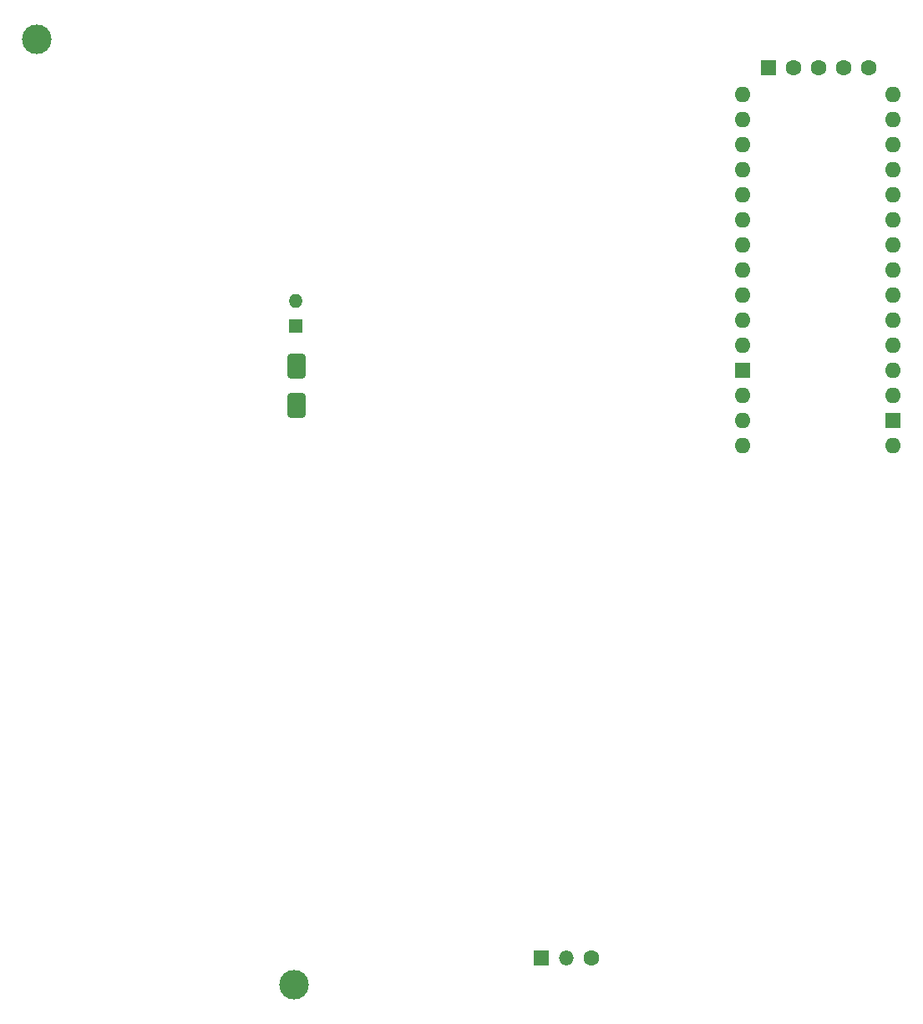
<source format=gbs>
G04 #@! TF.GenerationSoftware,KiCad,Pcbnew,9.0.6*
G04 #@! TF.CreationDate,2025-11-26T10:40:33-06:00*
G04 #@! TF.ProjectId,slu,736c752e-6b69-4636-9164-5f7063625858,rev?*
G04 #@! TF.SameCoordinates,Original*
G04 #@! TF.FileFunction,Soldermask,Bot*
G04 #@! TF.FilePolarity,Negative*
%FSLAX46Y46*%
G04 Gerber Fmt 4.6, Leading zero omitted, Abs format (unit mm)*
G04 Created by KiCad (PCBNEW 9.0.6) date 2025-11-26 10:40:33*
%MOMM*%
%LPD*%
G01*
G04 APERTURE LIST*
G04 Aperture macros list*
%AMRoundRect*
0 Rectangle with rounded corners*
0 $1 Rounding radius*
0 $2 $3 $4 $5 $6 $7 $8 $9 X,Y pos of 4 corners*
0 Add a 4 corners polygon primitive as box body*
4,1,4,$2,$3,$4,$5,$6,$7,$8,$9,$2,$3,0*
0 Add four circle primitives for the rounded corners*
1,1,$1+$1,$2,$3*
1,1,$1+$1,$4,$5*
1,1,$1+$1,$6,$7*
1,1,$1+$1,$8,$9*
0 Add four rect primitives between the rounded corners*
20,1,$1+$1,$2,$3,$4,$5,0*
20,1,$1+$1,$4,$5,$6,$7,0*
20,1,$1+$1,$6,$7,$8,$9,0*
20,1,$1+$1,$8,$9,$2,$3,0*%
G04 Aperture macros list end*
%ADD10C,3.000000*%
%ADD11O,1.400000X1.400000*%
%ADD12R,1.400000X1.400000*%
%ADD13C,1.600000*%
%ADD14O,1.500000X1.500000*%
%ADD15R,1.600000X1.600000*%
%ADD16O,1.600000X1.600000*%
%ADD17RoundRect,0.250000X0.650000X-1.000000X0.650000X1.000000X-0.650000X1.000000X-0.650000X-1.000000X0*%
G04 APERTURE END LIST*
D10*
G04 #@! TO.C,REF\u002A\u002A*
X67110000Y-50670000D03*
G04 #@! TD*
G04 #@! TO.C,REF\u002A\u002A*
X93210000Y-146460000D03*
G04 #@! TD*
D11*
G04 #@! TO.C,BATTERY*
X93395800Y-77165200D03*
D12*
X93395800Y-79705200D03*
G04 #@! TD*
D13*
G04 #@! TO.C,sw1*
X123342400Y-143738600D03*
D14*
X120802400Y-143738600D03*
D15*
X118262400Y-143738600D03*
G04 #@! TD*
G04 #@! TO.C,J1*
X141260000Y-53600000D03*
D13*
X143800000Y-53600000D03*
X146340000Y-53600000D03*
X148880000Y-53600000D03*
X151420000Y-53600000D03*
G04 #@! TD*
D16*
G04 #@! TO.C,a1*
X138650000Y-91800000D03*
X138650000Y-89260000D03*
X138650000Y-86720000D03*
D15*
X138650000Y-84180000D03*
D16*
X138650000Y-81640000D03*
X138650000Y-79100000D03*
X138650000Y-76560000D03*
X138650000Y-74020000D03*
X138650000Y-71480000D03*
X138650000Y-68940000D03*
X138650000Y-66400000D03*
X138650000Y-63860000D03*
X138650000Y-61320000D03*
X138650000Y-58780000D03*
X138650000Y-56240000D03*
X153890000Y-56240000D03*
X153890000Y-58780000D03*
X153890000Y-61320000D03*
X153890000Y-63860000D03*
X153890000Y-66400000D03*
X153890000Y-68940000D03*
X153890000Y-71480000D03*
X153890000Y-74020000D03*
X153890000Y-76560000D03*
X153890000Y-79100000D03*
X153890000Y-81640000D03*
X153890000Y-84180000D03*
X153890000Y-86720000D03*
D15*
X153890000Y-89260000D03*
D16*
X153890000Y-91800000D03*
G04 #@! TD*
D17*
G04 #@! TO.C,DIODE*
X93472000Y-87794600D03*
X93472000Y-83794600D03*
G04 #@! TD*
M02*

</source>
